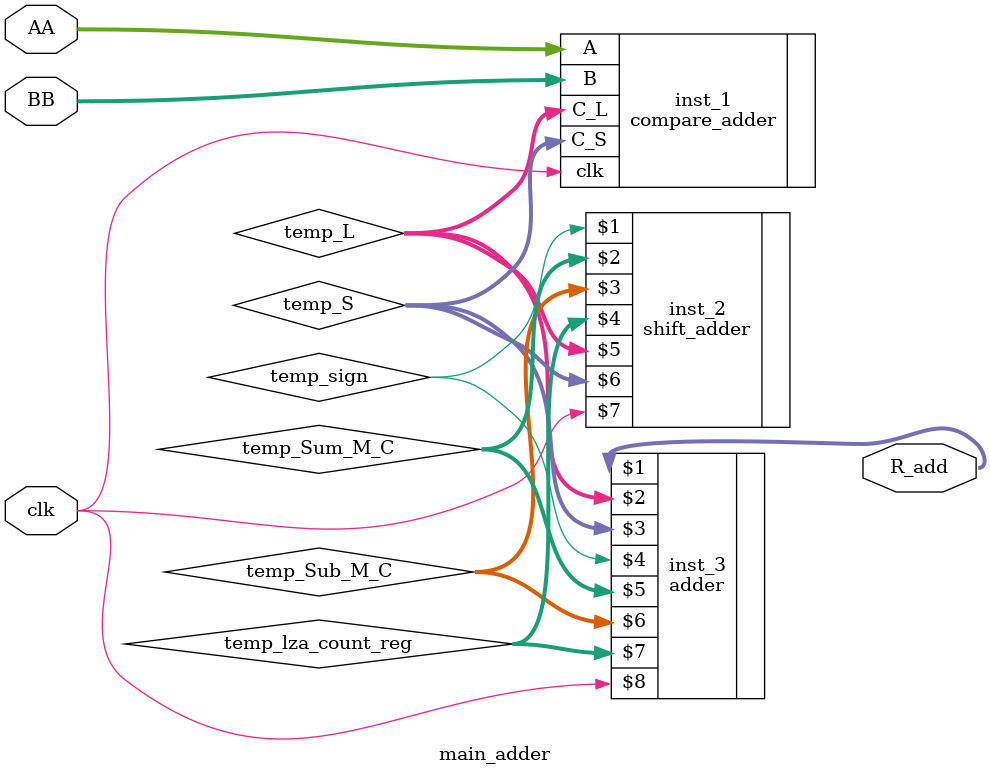
<source format=v>
module main_adder (AA, BB,clk, R_add);
input [15:0] AA, BB; 
input clk;            //input to module "compare 
output  [15:0] R_add;               //result for adder
              //result for substract
wire [14:0]temp_Sum_M_C; 
wire [13:0]temp_Sub_M_C, temp_lza_count_reg;
wire [15:0]temp_L, temp_S;

compare_adder inst_1  (.C_L(temp_L), .C_S(temp_S), .A(AA), .B(BB),.clk(clk)); //get the larger one and smaller one
shift_adder inst_2    ( temp_sign, temp_Sum_M_C, temp_Sub_M_C, temp_lza_count_reg, temp_L, temp_S,clk);
adder inst_3          (R_add, temp_L, temp_S, temp_sign, temp_Sum_M_C, temp_Sub_M_C, temp_lza_count_reg,clk );


endmodule

</source>
